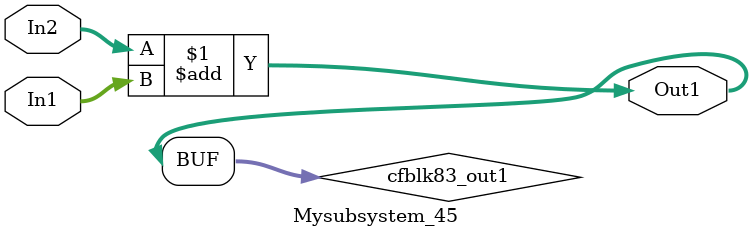
<source format=v>



`timescale 1 ns / 1 ns

module Mysubsystem_45
          (In1,
           In2,
           Out1);


  input   [7:0] In1;  // uint8
  input   [7:0] In2;  // uint8
  output  [7:0] Out1;  // uint8


  wire [7:0] cfblk83_out1;  // uint8


  assign cfblk83_out1 = In2 + In1;



  assign Out1 = cfblk83_out1;

endmodule  // Mysubsystem_45


</source>
